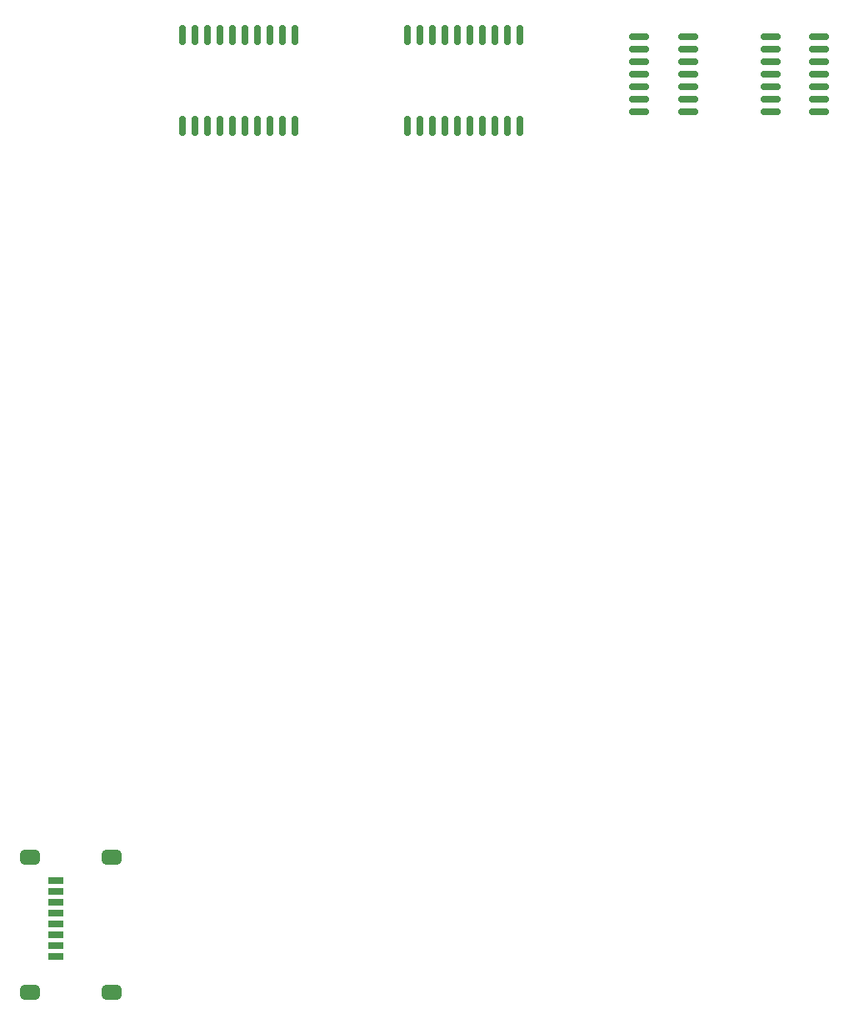
<source format=gtp>
G04 #@! TF.GenerationSoftware,KiCad,Pcbnew,8.0.4*
G04 #@! TF.CreationDate,2024-11-26T20:16:45-06:00*
G04 #@! TF.ProjectId,picoMBC,7069636f-4d42-4432-9e6b-696361645f70,rev?*
G04 #@! TF.SameCoordinates,Original*
G04 #@! TF.FileFunction,Paste,Top*
G04 #@! TF.FilePolarity,Positive*
%FSLAX46Y46*%
G04 Gerber Fmt 4.6, Leading zero omitted, Abs format (unit mm)*
G04 Created by KiCad (PCBNEW 8.0.4) date 2024-11-26 20:16:45*
%MOMM*%
%LPD*%
G01*
G04 APERTURE LIST*
G04 Aperture macros list*
%AMRoundRect*
0 Rectangle with rounded corners*
0 $1 Rounding radius*
0 $2 $3 $4 $5 $6 $7 $8 $9 X,Y pos of 4 corners*
0 Add a 4 corners polygon primitive as box body*
4,1,4,$2,$3,$4,$5,$6,$7,$8,$9,$2,$3,0*
0 Add four circle primitives for the rounded corners*
1,1,$1+$1,$2,$3*
1,1,$1+$1,$4,$5*
1,1,$1+$1,$6,$7*
1,1,$1+$1,$8,$9*
0 Add four rect primitives between the rounded corners*
20,1,$1+$1,$2,$3,$4,$5,0*
20,1,$1+$1,$4,$5,$6,$7,0*
20,1,$1+$1,$6,$7,$8,$9,0*
20,1,$1+$1,$8,$9,$2,$3,0*%
G04 Aperture macros list end*
%ADD10RoundRect,0.150000X-0.825000X-0.150000X0.825000X-0.150000X0.825000X0.150000X-0.825000X0.150000X0*%
%ADD11R,1.500000X0.800000*%
%ADD12RoundRect,0.362500X0.637500X-0.362500X0.637500X0.362500X-0.637500X0.362500X-0.637500X-0.362500X0*%
%ADD13RoundRect,0.150000X-0.150000X0.875000X-0.150000X-0.875000X0.150000X-0.875000X0.150000X0.875000X0*%
G04 APERTURE END LIST*
D10*
X116905000Y-49530000D03*
X116905000Y-50800000D03*
X116905000Y-52070000D03*
X116905000Y-53340000D03*
X116905000Y-54610000D03*
X116905000Y-55880000D03*
X116905000Y-57150000D03*
X121855000Y-57150000D03*
X121855000Y-55880000D03*
X121855000Y-54610000D03*
X121855000Y-53340000D03*
X121855000Y-52070000D03*
X121855000Y-50800000D03*
X121855000Y-49530000D03*
D11*
X57590000Y-142905000D03*
X57590000Y-141805000D03*
X57590000Y-140705000D03*
X57590000Y-139605000D03*
X57590000Y-138505000D03*
X57590000Y-137405000D03*
X57590000Y-136305000D03*
X57590000Y-135205000D03*
D12*
X63290000Y-146575001D03*
X54990000Y-146575000D03*
X54990000Y-132825000D03*
X63290000Y-132824999D03*
D13*
X81915000Y-49325000D03*
X80645000Y-49325000D03*
X79375000Y-49324999D03*
X78105000Y-49325000D03*
X76835000Y-49325000D03*
X75565000Y-49325000D03*
X74295000Y-49325000D03*
X73025000Y-49324999D03*
X71755000Y-49325000D03*
X70485000Y-49325000D03*
X70485000Y-58625000D03*
X71755000Y-58625000D03*
X73025000Y-58625001D03*
X74295000Y-58625000D03*
X75565000Y-58625000D03*
X76835000Y-58625000D03*
X78105000Y-58625000D03*
X79375000Y-58625001D03*
X80645000Y-58625000D03*
X81915000Y-58625000D03*
X104775000Y-49325000D03*
X103505000Y-49325000D03*
X102235000Y-49324999D03*
X100965000Y-49325000D03*
X99695000Y-49325000D03*
X98425000Y-49325000D03*
X97155000Y-49325000D03*
X95885000Y-49324999D03*
X94615000Y-49325000D03*
X93345000Y-49325000D03*
X93345000Y-58625000D03*
X94615000Y-58625000D03*
X95885000Y-58625001D03*
X97155000Y-58625000D03*
X98425000Y-58625000D03*
X99695000Y-58625000D03*
X100965000Y-58625000D03*
X102235000Y-58625001D03*
X103505000Y-58625000D03*
X104775000Y-58625000D03*
D10*
X130240000Y-49530000D03*
X130240000Y-50800000D03*
X130240000Y-52070000D03*
X130240000Y-53340000D03*
X130240000Y-54610000D03*
X130240000Y-55880000D03*
X130240000Y-57150000D03*
X135190000Y-57150000D03*
X135190000Y-55880000D03*
X135190000Y-54610000D03*
X135190000Y-53340000D03*
X135190000Y-52070000D03*
X135190000Y-50800000D03*
X135190000Y-49530000D03*
M02*

</source>
